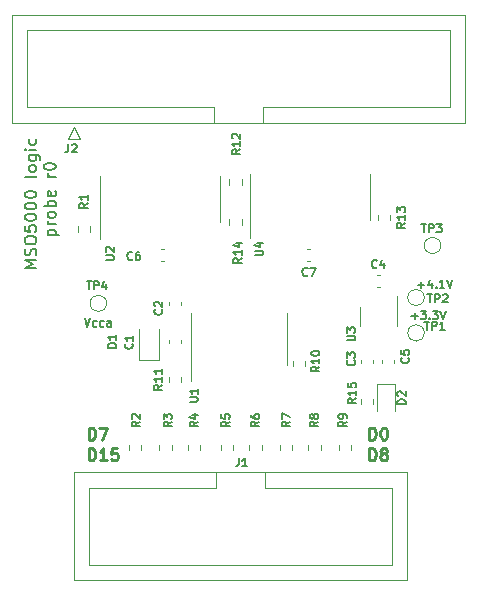
<source format=gto>
G04 #@! TF.GenerationSoftware,KiCad,Pcbnew,7.0.1*
G04 #@! TF.CreationDate,2023-03-18T02:10:12+02:00*
G04 #@! TF.ProjectId,probe-pcb,70726f62-652d-4706-9362-2e6b69636164,rev?*
G04 #@! TF.SameCoordinates,Original*
G04 #@! TF.FileFunction,Legend,Top*
G04 #@! TF.FilePolarity,Positive*
%FSLAX46Y46*%
G04 Gerber Fmt 4.6, Leading zero omitted, Abs format (unit mm)*
G04 Created by KiCad (PCBNEW 7.0.1) date 2023-03-18 02:10:12*
%MOMM*%
%LPD*%
G01*
G04 APERTURE LIST*
%ADD10C,0.250000*%
%ADD11C,0.150000*%
%ADD12C,0.200000*%
%ADD13C,0.120000*%
G04 APERTURE END LIST*
D10*
X124488095Y-90377619D02*
X124488095Y-89377619D01*
X124488095Y-89377619D02*
X124726190Y-89377619D01*
X124726190Y-89377619D02*
X124869047Y-89425238D01*
X124869047Y-89425238D02*
X124964285Y-89520476D01*
X124964285Y-89520476D02*
X125011904Y-89615714D01*
X125011904Y-89615714D02*
X125059523Y-89806190D01*
X125059523Y-89806190D02*
X125059523Y-89949047D01*
X125059523Y-89949047D02*
X125011904Y-90139523D01*
X125011904Y-90139523D02*
X124964285Y-90234761D01*
X124964285Y-90234761D02*
X124869047Y-90330000D01*
X124869047Y-90330000D02*
X124726190Y-90377619D01*
X124726190Y-90377619D02*
X124488095Y-90377619D01*
X125678571Y-89377619D02*
X125773809Y-89377619D01*
X125773809Y-89377619D02*
X125869047Y-89425238D01*
X125869047Y-89425238D02*
X125916666Y-89472857D01*
X125916666Y-89472857D02*
X125964285Y-89568095D01*
X125964285Y-89568095D02*
X126011904Y-89758571D01*
X126011904Y-89758571D02*
X126011904Y-89996666D01*
X126011904Y-89996666D02*
X125964285Y-90187142D01*
X125964285Y-90187142D02*
X125916666Y-90282380D01*
X125916666Y-90282380D02*
X125869047Y-90330000D01*
X125869047Y-90330000D02*
X125773809Y-90377619D01*
X125773809Y-90377619D02*
X125678571Y-90377619D01*
X125678571Y-90377619D02*
X125583333Y-90330000D01*
X125583333Y-90330000D02*
X125535714Y-90282380D01*
X125535714Y-90282380D02*
X125488095Y-90187142D01*
X125488095Y-90187142D02*
X125440476Y-89996666D01*
X125440476Y-89996666D02*
X125440476Y-89758571D01*
X125440476Y-89758571D02*
X125488095Y-89568095D01*
X125488095Y-89568095D02*
X125535714Y-89472857D01*
X125535714Y-89472857D02*
X125583333Y-89425238D01*
X125583333Y-89425238D02*
X125678571Y-89377619D01*
X100738095Y-90377619D02*
X100738095Y-89377619D01*
X100738095Y-89377619D02*
X100976190Y-89377619D01*
X100976190Y-89377619D02*
X101119047Y-89425238D01*
X101119047Y-89425238D02*
X101214285Y-89520476D01*
X101214285Y-89520476D02*
X101261904Y-89615714D01*
X101261904Y-89615714D02*
X101309523Y-89806190D01*
X101309523Y-89806190D02*
X101309523Y-89949047D01*
X101309523Y-89949047D02*
X101261904Y-90139523D01*
X101261904Y-90139523D02*
X101214285Y-90234761D01*
X101214285Y-90234761D02*
X101119047Y-90330000D01*
X101119047Y-90330000D02*
X100976190Y-90377619D01*
X100976190Y-90377619D02*
X100738095Y-90377619D01*
X101642857Y-89377619D02*
X102309523Y-89377619D01*
X102309523Y-89377619D02*
X101880952Y-90377619D01*
X100738095Y-92127619D02*
X100738095Y-91127619D01*
X100738095Y-91127619D02*
X100976190Y-91127619D01*
X100976190Y-91127619D02*
X101119047Y-91175238D01*
X101119047Y-91175238D02*
X101214285Y-91270476D01*
X101214285Y-91270476D02*
X101261904Y-91365714D01*
X101261904Y-91365714D02*
X101309523Y-91556190D01*
X101309523Y-91556190D02*
X101309523Y-91699047D01*
X101309523Y-91699047D02*
X101261904Y-91889523D01*
X101261904Y-91889523D02*
X101214285Y-91984761D01*
X101214285Y-91984761D02*
X101119047Y-92080000D01*
X101119047Y-92080000D02*
X100976190Y-92127619D01*
X100976190Y-92127619D02*
X100738095Y-92127619D01*
X102261904Y-92127619D02*
X101690476Y-92127619D01*
X101976190Y-92127619D02*
X101976190Y-91127619D01*
X101976190Y-91127619D02*
X101880952Y-91270476D01*
X101880952Y-91270476D02*
X101785714Y-91365714D01*
X101785714Y-91365714D02*
X101690476Y-91413333D01*
X103166666Y-91127619D02*
X102690476Y-91127619D01*
X102690476Y-91127619D02*
X102642857Y-91603809D01*
X102642857Y-91603809D02*
X102690476Y-91556190D01*
X102690476Y-91556190D02*
X102785714Y-91508571D01*
X102785714Y-91508571D02*
X103023809Y-91508571D01*
X103023809Y-91508571D02*
X103119047Y-91556190D01*
X103119047Y-91556190D02*
X103166666Y-91603809D01*
X103166666Y-91603809D02*
X103214285Y-91699047D01*
X103214285Y-91699047D02*
X103214285Y-91937142D01*
X103214285Y-91937142D02*
X103166666Y-92032380D01*
X103166666Y-92032380D02*
X103119047Y-92080000D01*
X103119047Y-92080000D02*
X103023809Y-92127619D01*
X103023809Y-92127619D02*
X102785714Y-92127619D01*
X102785714Y-92127619D02*
X102690476Y-92080000D01*
X102690476Y-92080000D02*
X102642857Y-92032380D01*
X124488095Y-92127619D02*
X124488095Y-91127619D01*
X124488095Y-91127619D02*
X124726190Y-91127619D01*
X124726190Y-91127619D02*
X124869047Y-91175238D01*
X124869047Y-91175238D02*
X124964285Y-91270476D01*
X124964285Y-91270476D02*
X125011904Y-91365714D01*
X125011904Y-91365714D02*
X125059523Y-91556190D01*
X125059523Y-91556190D02*
X125059523Y-91699047D01*
X125059523Y-91699047D02*
X125011904Y-91889523D01*
X125011904Y-91889523D02*
X124964285Y-91984761D01*
X124964285Y-91984761D02*
X124869047Y-92080000D01*
X124869047Y-92080000D02*
X124726190Y-92127619D01*
X124726190Y-92127619D02*
X124488095Y-92127619D01*
X125630952Y-91556190D02*
X125535714Y-91508571D01*
X125535714Y-91508571D02*
X125488095Y-91460952D01*
X125488095Y-91460952D02*
X125440476Y-91365714D01*
X125440476Y-91365714D02*
X125440476Y-91318095D01*
X125440476Y-91318095D02*
X125488095Y-91222857D01*
X125488095Y-91222857D02*
X125535714Y-91175238D01*
X125535714Y-91175238D02*
X125630952Y-91127619D01*
X125630952Y-91127619D02*
X125821428Y-91127619D01*
X125821428Y-91127619D02*
X125916666Y-91175238D01*
X125916666Y-91175238D02*
X125964285Y-91222857D01*
X125964285Y-91222857D02*
X126011904Y-91318095D01*
X126011904Y-91318095D02*
X126011904Y-91365714D01*
X126011904Y-91365714D02*
X125964285Y-91460952D01*
X125964285Y-91460952D02*
X125916666Y-91508571D01*
X125916666Y-91508571D02*
X125821428Y-91556190D01*
X125821428Y-91556190D02*
X125630952Y-91556190D01*
X125630952Y-91556190D02*
X125535714Y-91603809D01*
X125535714Y-91603809D02*
X125488095Y-91651428D01*
X125488095Y-91651428D02*
X125440476Y-91746666D01*
X125440476Y-91746666D02*
X125440476Y-91937142D01*
X125440476Y-91937142D02*
X125488095Y-92032380D01*
X125488095Y-92032380D02*
X125535714Y-92080000D01*
X125535714Y-92080000D02*
X125630952Y-92127619D01*
X125630952Y-92127619D02*
X125821428Y-92127619D01*
X125821428Y-92127619D02*
X125916666Y-92080000D01*
X125916666Y-92080000D02*
X125964285Y-92032380D01*
X125964285Y-92032380D02*
X126011904Y-91937142D01*
X126011904Y-91937142D02*
X126011904Y-91746666D01*
X126011904Y-91746666D02*
X125964285Y-91651428D01*
X125964285Y-91651428D02*
X125916666Y-91603809D01*
X125916666Y-91603809D02*
X125821428Y-91556190D01*
D11*
X128616666Y-77297666D02*
X129150000Y-77297666D01*
X128883333Y-77564333D02*
X128883333Y-77031000D01*
X129783333Y-77097666D02*
X129783333Y-77564333D01*
X129616667Y-76831000D02*
X129450000Y-77331000D01*
X129450000Y-77331000D02*
X129883333Y-77331000D01*
X130150000Y-77497666D02*
X130183334Y-77531000D01*
X130183334Y-77531000D02*
X130150000Y-77564333D01*
X130150000Y-77564333D02*
X130116667Y-77531000D01*
X130116667Y-77531000D02*
X130150000Y-77497666D01*
X130150000Y-77497666D02*
X130150000Y-77564333D01*
X130850000Y-77564333D02*
X130450000Y-77564333D01*
X130650000Y-77564333D02*
X130650000Y-76864333D01*
X130650000Y-76864333D02*
X130583333Y-76964333D01*
X130583333Y-76964333D02*
X130516667Y-77031000D01*
X130516667Y-77031000D02*
X130450000Y-77064333D01*
X131050000Y-76864333D02*
X131283334Y-77564333D01*
X131283334Y-77564333D02*
X131516667Y-76864333D01*
X100396666Y-80113333D02*
X100630000Y-80813333D01*
X100630000Y-80813333D02*
X100863333Y-80113333D01*
X101396666Y-80780000D02*
X101330000Y-80813333D01*
X101330000Y-80813333D02*
X101196666Y-80813333D01*
X101196666Y-80813333D02*
X101130000Y-80780000D01*
X101130000Y-80780000D02*
X101096666Y-80746666D01*
X101096666Y-80746666D02*
X101063333Y-80680000D01*
X101063333Y-80680000D02*
X101063333Y-80480000D01*
X101063333Y-80480000D02*
X101096666Y-80413333D01*
X101096666Y-80413333D02*
X101130000Y-80380000D01*
X101130000Y-80380000D02*
X101196666Y-80346666D01*
X101196666Y-80346666D02*
X101330000Y-80346666D01*
X101330000Y-80346666D02*
X101396666Y-80380000D01*
X101996666Y-80780000D02*
X101930000Y-80813333D01*
X101930000Y-80813333D02*
X101796666Y-80813333D01*
X101796666Y-80813333D02*
X101730000Y-80780000D01*
X101730000Y-80780000D02*
X101696666Y-80746666D01*
X101696666Y-80746666D02*
X101663333Y-80680000D01*
X101663333Y-80680000D02*
X101663333Y-80480000D01*
X101663333Y-80480000D02*
X101696666Y-80413333D01*
X101696666Y-80413333D02*
X101730000Y-80380000D01*
X101730000Y-80380000D02*
X101796666Y-80346666D01*
X101796666Y-80346666D02*
X101930000Y-80346666D01*
X101930000Y-80346666D02*
X101996666Y-80380000D01*
X102596666Y-80813333D02*
X102596666Y-80446666D01*
X102596666Y-80446666D02*
X102563333Y-80380000D01*
X102563333Y-80380000D02*
X102496666Y-80346666D01*
X102496666Y-80346666D02*
X102363333Y-80346666D01*
X102363333Y-80346666D02*
X102296666Y-80380000D01*
X102596666Y-80780000D02*
X102530000Y-80813333D01*
X102530000Y-80813333D02*
X102363333Y-80813333D01*
X102363333Y-80813333D02*
X102296666Y-80780000D01*
X102296666Y-80780000D02*
X102263333Y-80713333D01*
X102263333Y-80713333D02*
X102263333Y-80646666D01*
X102263333Y-80646666D02*
X102296666Y-80580000D01*
X102296666Y-80580000D02*
X102363333Y-80546666D01*
X102363333Y-80546666D02*
X102530000Y-80546666D01*
X102530000Y-80546666D02*
X102596666Y-80513333D01*
D12*
X96307619Y-75883333D02*
X95307619Y-75883333D01*
X95307619Y-75883333D02*
X96021904Y-75550000D01*
X96021904Y-75550000D02*
X95307619Y-75216667D01*
X95307619Y-75216667D02*
X96307619Y-75216667D01*
X96260000Y-74788095D02*
X96307619Y-74645238D01*
X96307619Y-74645238D02*
X96307619Y-74407143D01*
X96307619Y-74407143D02*
X96260000Y-74311905D01*
X96260000Y-74311905D02*
X96212380Y-74264286D01*
X96212380Y-74264286D02*
X96117142Y-74216667D01*
X96117142Y-74216667D02*
X96021904Y-74216667D01*
X96021904Y-74216667D02*
X95926666Y-74264286D01*
X95926666Y-74264286D02*
X95879047Y-74311905D01*
X95879047Y-74311905D02*
X95831428Y-74407143D01*
X95831428Y-74407143D02*
X95783809Y-74597619D01*
X95783809Y-74597619D02*
X95736190Y-74692857D01*
X95736190Y-74692857D02*
X95688571Y-74740476D01*
X95688571Y-74740476D02*
X95593333Y-74788095D01*
X95593333Y-74788095D02*
X95498095Y-74788095D01*
X95498095Y-74788095D02*
X95402857Y-74740476D01*
X95402857Y-74740476D02*
X95355238Y-74692857D01*
X95355238Y-74692857D02*
X95307619Y-74597619D01*
X95307619Y-74597619D02*
X95307619Y-74359524D01*
X95307619Y-74359524D02*
X95355238Y-74216667D01*
X95307619Y-73597619D02*
X95307619Y-73407143D01*
X95307619Y-73407143D02*
X95355238Y-73311905D01*
X95355238Y-73311905D02*
X95450476Y-73216667D01*
X95450476Y-73216667D02*
X95640952Y-73169048D01*
X95640952Y-73169048D02*
X95974285Y-73169048D01*
X95974285Y-73169048D02*
X96164761Y-73216667D01*
X96164761Y-73216667D02*
X96260000Y-73311905D01*
X96260000Y-73311905D02*
X96307619Y-73407143D01*
X96307619Y-73407143D02*
X96307619Y-73597619D01*
X96307619Y-73597619D02*
X96260000Y-73692857D01*
X96260000Y-73692857D02*
X96164761Y-73788095D01*
X96164761Y-73788095D02*
X95974285Y-73835714D01*
X95974285Y-73835714D02*
X95640952Y-73835714D01*
X95640952Y-73835714D02*
X95450476Y-73788095D01*
X95450476Y-73788095D02*
X95355238Y-73692857D01*
X95355238Y-73692857D02*
X95307619Y-73597619D01*
X95307619Y-72264286D02*
X95307619Y-72740476D01*
X95307619Y-72740476D02*
X95783809Y-72788095D01*
X95783809Y-72788095D02*
X95736190Y-72740476D01*
X95736190Y-72740476D02*
X95688571Y-72645238D01*
X95688571Y-72645238D02*
X95688571Y-72407143D01*
X95688571Y-72407143D02*
X95736190Y-72311905D01*
X95736190Y-72311905D02*
X95783809Y-72264286D01*
X95783809Y-72264286D02*
X95879047Y-72216667D01*
X95879047Y-72216667D02*
X96117142Y-72216667D01*
X96117142Y-72216667D02*
X96212380Y-72264286D01*
X96212380Y-72264286D02*
X96260000Y-72311905D01*
X96260000Y-72311905D02*
X96307619Y-72407143D01*
X96307619Y-72407143D02*
X96307619Y-72645238D01*
X96307619Y-72645238D02*
X96260000Y-72740476D01*
X96260000Y-72740476D02*
X96212380Y-72788095D01*
X95307619Y-71597619D02*
X95307619Y-71502381D01*
X95307619Y-71502381D02*
X95355238Y-71407143D01*
X95355238Y-71407143D02*
X95402857Y-71359524D01*
X95402857Y-71359524D02*
X95498095Y-71311905D01*
X95498095Y-71311905D02*
X95688571Y-71264286D01*
X95688571Y-71264286D02*
X95926666Y-71264286D01*
X95926666Y-71264286D02*
X96117142Y-71311905D01*
X96117142Y-71311905D02*
X96212380Y-71359524D01*
X96212380Y-71359524D02*
X96260000Y-71407143D01*
X96260000Y-71407143D02*
X96307619Y-71502381D01*
X96307619Y-71502381D02*
X96307619Y-71597619D01*
X96307619Y-71597619D02*
X96260000Y-71692857D01*
X96260000Y-71692857D02*
X96212380Y-71740476D01*
X96212380Y-71740476D02*
X96117142Y-71788095D01*
X96117142Y-71788095D02*
X95926666Y-71835714D01*
X95926666Y-71835714D02*
X95688571Y-71835714D01*
X95688571Y-71835714D02*
X95498095Y-71788095D01*
X95498095Y-71788095D02*
X95402857Y-71740476D01*
X95402857Y-71740476D02*
X95355238Y-71692857D01*
X95355238Y-71692857D02*
X95307619Y-71597619D01*
X95307619Y-70645238D02*
X95307619Y-70550000D01*
X95307619Y-70550000D02*
X95355238Y-70454762D01*
X95355238Y-70454762D02*
X95402857Y-70407143D01*
X95402857Y-70407143D02*
X95498095Y-70359524D01*
X95498095Y-70359524D02*
X95688571Y-70311905D01*
X95688571Y-70311905D02*
X95926666Y-70311905D01*
X95926666Y-70311905D02*
X96117142Y-70359524D01*
X96117142Y-70359524D02*
X96212380Y-70407143D01*
X96212380Y-70407143D02*
X96260000Y-70454762D01*
X96260000Y-70454762D02*
X96307619Y-70550000D01*
X96307619Y-70550000D02*
X96307619Y-70645238D01*
X96307619Y-70645238D02*
X96260000Y-70740476D01*
X96260000Y-70740476D02*
X96212380Y-70788095D01*
X96212380Y-70788095D02*
X96117142Y-70835714D01*
X96117142Y-70835714D02*
X95926666Y-70883333D01*
X95926666Y-70883333D02*
X95688571Y-70883333D01*
X95688571Y-70883333D02*
X95498095Y-70835714D01*
X95498095Y-70835714D02*
X95402857Y-70788095D01*
X95402857Y-70788095D02*
X95355238Y-70740476D01*
X95355238Y-70740476D02*
X95307619Y-70645238D01*
X95307619Y-69692857D02*
X95307619Y-69597619D01*
X95307619Y-69597619D02*
X95355238Y-69502381D01*
X95355238Y-69502381D02*
X95402857Y-69454762D01*
X95402857Y-69454762D02*
X95498095Y-69407143D01*
X95498095Y-69407143D02*
X95688571Y-69359524D01*
X95688571Y-69359524D02*
X95926666Y-69359524D01*
X95926666Y-69359524D02*
X96117142Y-69407143D01*
X96117142Y-69407143D02*
X96212380Y-69454762D01*
X96212380Y-69454762D02*
X96260000Y-69502381D01*
X96260000Y-69502381D02*
X96307619Y-69597619D01*
X96307619Y-69597619D02*
X96307619Y-69692857D01*
X96307619Y-69692857D02*
X96260000Y-69788095D01*
X96260000Y-69788095D02*
X96212380Y-69835714D01*
X96212380Y-69835714D02*
X96117142Y-69883333D01*
X96117142Y-69883333D02*
X95926666Y-69930952D01*
X95926666Y-69930952D02*
X95688571Y-69930952D01*
X95688571Y-69930952D02*
X95498095Y-69883333D01*
X95498095Y-69883333D02*
X95402857Y-69835714D01*
X95402857Y-69835714D02*
X95355238Y-69788095D01*
X95355238Y-69788095D02*
X95307619Y-69692857D01*
X96307619Y-68026190D02*
X96260000Y-68121428D01*
X96260000Y-68121428D02*
X96164761Y-68169047D01*
X96164761Y-68169047D02*
X95307619Y-68169047D01*
X96307619Y-67502380D02*
X96260000Y-67597618D01*
X96260000Y-67597618D02*
X96212380Y-67645237D01*
X96212380Y-67645237D02*
X96117142Y-67692856D01*
X96117142Y-67692856D02*
X95831428Y-67692856D01*
X95831428Y-67692856D02*
X95736190Y-67645237D01*
X95736190Y-67645237D02*
X95688571Y-67597618D01*
X95688571Y-67597618D02*
X95640952Y-67502380D01*
X95640952Y-67502380D02*
X95640952Y-67359523D01*
X95640952Y-67359523D02*
X95688571Y-67264285D01*
X95688571Y-67264285D02*
X95736190Y-67216666D01*
X95736190Y-67216666D02*
X95831428Y-67169047D01*
X95831428Y-67169047D02*
X96117142Y-67169047D01*
X96117142Y-67169047D02*
X96212380Y-67216666D01*
X96212380Y-67216666D02*
X96260000Y-67264285D01*
X96260000Y-67264285D02*
X96307619Y-67359523D01*
X96307619Y-67359523D02*
X96307619Y-67502380D01*
X95640952Y-66311904D02*
X96450476Y-66311904D01*
X96450476Y-66311904D02*
X96545714Y-66359523D01*
X96545714Y-66359523D02*
X96593333Y-66407142D01*
X96593333Y-66407142D02*
X96640952Y-66502380D01*
X96640952Y-66502380D02*
X96640952Y-66645237D01*
X96640952Y-66645237D02*
X96593333Y-66740475D01*
X96260000Y-66311904D02*
X96307619Y-66407142D01*
X96307619Y-66407142D02*
X96307619Y-66597618D01*
X96307619Y-66597618D02*
X96260000Y-66692856D01*
X96260000Y-66692856D02*
X96212380Y-66740475D01*
X96212380Y-66740475D02*
X96117142Y-66788094D01*
X96117142Y-66788094D02*
X95831428Y-66788094D01*
X95831428Y-66788094D02*
X95736190Y-66740475D01*
X95736190Y-66740475D02*
X95688571Y-66692856D01*
X95688571Y-66692856D02*
X95640952Y-66597618D01*
X95640952Y-66597618D02*
X95640952Y-66407142D01*
X95640952Y-66407142D02*
X95688571Y-66311904D01*
X96307619Y-65835713D02*
X95640952Y-65835713D01*
X95307619Y-65835713D02*
X95355238Y-65883332D01*
X95355238Y-65883332D02*
X95402857Y-65835713D01*
X95402857Y-65835713D02*
X95355238Y-65788094D01*
X95355238Y-65788094D02*
X95307619Y-65835713D01*
X95307619Y-65835713D02*
X95402857Y-65835713D01*
X96260000Y-64930952D02*
X96307619Y-65026190D01*
X96307619Y-65026190D02*
X96307619Y-65216666D01*
X96307619Y-65216666D02*
X96260000Y-65311904D01*
X96260000Y-65311904D02*
X96212380Y-65359523D01*
X96212380Y-65359523D02*
X96117142Y-65407142D01*
X96117142Y-65407142D02*
X95831428Y-65407142D01*
X95831428Y-65407142D02*
X95736190Y-65359523D01*
X95736190Y-65359523D02*
X95688571Y-65311904D01*
X95688571Y-65311904D02*
X95640952Y-65216666D01*
X95640952Y-65216666D02*
X95640952Y-65026190D01*
X95640952Y-65026190D02*
X95688571Y-64930952D01*
X97260952Y-73073809D02*
X98260952Y-73073809D01*
X97308571Y-73073809D02*
X97260952Y-72978571D01*
X97260952Y-72978571D02*
X97260952Y-72788095D01*
X97260952Y-72788095D02*
X97308571Y-72692857D01*
X97308571Y-72692857D02*
X97356190Y-72645238D01*
X97356190Y-72645238D02*
X97451428Y-72597619D01*
X97451428Y-72597619D02*
X97737142Y-72597619D01*
X97737142Y-72597619D02*
X97832380Y-72645238D01*
X97832380Y-72645238D02*
X97880000Y-72692857D01*
X97880000Y-72692857D02*
X97927619Y-72788095D01*
X97927619Y-72788095D02*
X97927619Y-72978571D01*
X97927619Y-72978571D02*
X97880000Y-73073809D01*
X97927619Y-72169047D02*
X97260952Y-72169047D01*
X97451428Y-72169047D02*
X97356190Y-72121428D01*
X97356190Y-72121428D02*
X97308571Y-72073809D01*
X97308571Y-72073809D02*
X97260952Y-71978571D01*
X97260952Y-71978571D02*
X97260952Y-71883333D01*
X97927619Y-71407142D02*
X97880000Y-71502380D01*
X97880000Y-71502380D02*
X97832380Y-71549999D01*
X97832380Y-71549999D02*
X97737142Y-71597618D01*
X97737142Y-71597618D02*
X97451428Y-71597618D01*
X97451428Y-71597618D02*
X97356190Y-71549999D01*
X97356190Y-71549999D02*
X97308571Y-71502380D01*
X97308571Y-71502380D02*
X97260952Y-71407142D01*
X97260952Y-71407142D02*
X97260952Y-71264285D01*
X97260952Y-71264285D02*
X97308571Y-71169047D01*
X97308571Y-71169047D02*
X97356190Y-71121428D01*
X97356190Y-71121428D02*
X97451428Y-71073809D01*
X97451428Y-71073809D02*
X97737142Y-71073809D01*
X97737142Y-71073809D02*
X97832380Y-71121428D01*
X97832380Y-71121428D02*
X97880000Y-71169047D01*
X97880000Y-71169047D02*
X97927619Y-71264285D01*
X97927619Y-71264285D02*
X97927619Y-71407142D01*
X97927619Y-70645237D02*
X96927619Y-70645237D01*
X97308571Y-70645237D02*
X97260952Y-70549999D01*
X97260952Y-70549999D02*
X97260952Y-70359523D01*
X97260952Y-70359523D02*
X97308571Y-70264285D01*
X97308571Y-70264285D02*
X97356190Y-70216666D01*
X97356190Y-70216666D02*
X97451428Y-70169047D01*
X97451428Y-70169047D02*
X97737142Y-70169047D01*
X97737142Y-70169047D02*
X97832380Y-70216666D01*
X97832380Y-70216666D02*
X97880000Y-70264285D01*
X97880000Y-70264285D02*
X97927619Y-70359523D01*
X97927619Y-70359523D02*
X97927619Y-70549999D01*
X97927619Y-70549999D02*
X97880000Y-70645237D01*
X97880000Y-69359523D02*
X97927619Y-69454761D01*
X97927619Y-69454761D02*
X97927619Y-69645237D01*
X97927619Y-69645237D02*
X97880000Y-69740475D01*
X97880000Y-69740475D02*
X97784761Y-69788094D01*
X97784761Y-69788094D02*
X97403809Y-69788094D01*
X97403809Y-69788094D02*
X97308571Y-69740475D01*
X97308571Y-69740475D02*
X97260952Y-69645237D01*
X97260952Y-69645237D02*
X97260952Y-69454761D01*
X97260952Y-69454761D02*
X97308571Y-69359523D01*
X97308571Y-69359523D02*
X97403809Y-69311904D01*
X97403809Y-69311904D02*
X97499047Y-69311904D01*
X97499047Y-69311904D02*
X97594285Y-69788094D01*
X97927619Y-68121427D02*
X97260952Y-68121427D01*
X97451428Y-68121427D02*
X97356190Y-68073808D01*
X97356190Y-68073808D02*
X97308571Y-68026189D01*
X97308571Y-68026189D02*
X97260952Y-67930951D01*
X97260952Y-67930951D02*
X97260952Y-67835713D01*
X96927619Y-67311903D02*
X96927619Y-67216665D01*
X96927619Y-67216665D02*
X96975238Y-67121427D01*
X96975238Y-67121427D02*
X97022857Y-67073808D01*
X97022857Y-67073808D02*
X97118095Y-67026189D01*
X97118095Y-67026189D02*
X97308571Y-66978570D01*
X97308571Y-66978570D02*
X97546666Y-66978570D01*
X97546666Y-66978570D02*
X97737142Y-67026189D01*
X97737142Y-67026189D02*
X97832380Y-67073808D01*
X97832380Y-67073808D02*
X97880000Y-67121427D01*
X97880000Y-67121427D02*
X97927619Y-67216665D01*
X97927619Y-67216665D02*
X97927619Y-67311903D01*
X97927619Y-67311903D02*
X97880000Y-67407141D01*
X97880000Y-67407141D02*
X97832380Y-67454760D01*
X97832380Y-67454760D02*
X97737142Y-67502379D01*
X97737142Y-67502379D02*
X97546666Y-67549998D01*
X97546666Y-67549998D02*
X97308571Y-67549998D01*
X97308571Y-67549998D02*
X97118095Y-67502379D01*
X97118095Y-67502379D02*
X97022857Y-67454760D01*
X97022857Y-67454760D02*
X96975238Y-67407141D01*
X96975238Y-67407141D02*
X96927619Y-67311903D01*
D11*
X128055666Y-79911666D02*
X128589000Y-79911666D01*
X128322333Y-80178333D02*
X128322333Y-79645000D01*
X128855667Y-79478333D02*
X129289000Y-79478333D01*
X129289000Y-79478333D02*
X129055667Y-79745000D01*
X129055667Y-79745000D02*
X129155667Y-79745000D01*
X129155667Y-79745000D02*
X129222333Y-79778333D01*
X129222333Y-79778333D02*
X129255667Y-79811666D01*
X129255667Y-79811666D02*
X129289000Y-79878333D01*
X129289000Y-79878333D02*
X129289000Y-80045000D01*
X129289000Y-80045000D02*
X129255667Y-80111666D01*
X129255667Y-80111666D02*
X129222333Y-80145000D01*
X129222333Y-80145000D02*
X129155667Y-80178333D01*
X129155667Y-80178333D02*
X128955667Y-80178333D01*
X128955667Y-80178333D02*
X128889000Y-80145000D01*
X128889000Y-80145000D02*
X128855667Y-80111666D01*
X129589000Y-80111666D02*
X129622334Y-80145000D01*
X129622334Y-80145000D02*
X129589000Y-80178333D01*
X129589000Y-80178333D02*
X129555667Y-80145000D01*
X129555667Y-80145000D02*
X129589000Y-80111666D01*
X129589000Y-80111666D02*
X129589000Y-80178333D01*
X129855667Y-79478333D02*
X130289000Y-79478333D01*
X130289000Y-79478333D02*
X130055667Y-79745000D01*
X130055667Y-79745000D02*
X130155667Y-79745000D01*
X130155667Y-79745000D02*
X130222333Y-79778333D01*
X130222333Y-79778333D02*
X130255667Y-79811666D01*
X130255667Y-79811666D02*
X130289000Y-79878333D01*
X130289000Y-79878333D02*
X130289000Y-80045000D01*
X130289000Y-80045000D02*
X130255667Y-80111666D01*
X130255667Y-80111666D02*
X130222333Y-80145000D01*
X130222333Y-80145000D02*
X130155667Y-80178333D01*
X130155667Y-80178333D02*
X129955667Y-80178333D01*
X129955667Y-80178333D02*
X129889000Y-80145000D01*
X129889000Y-80145000D02*
X129855667Y-80111666D01*
X130489000Y-79478333D02*
X130722334Y-80178333D01*
X130722334Y-80178333D02*
X130955667Y-79478333D01*
G04 #@! TO.C,C4*
X125133333Y-75807166D02*
X125100000Y-75840500D01*
X125100000Y-75840500D02*
X125000000Y-75873833D01*
X125000000Y-75873833D02*
X124933333Y-75873833D01*
X124933333Y-75873833D02*
X124833333Y-75840500D01*
X124833333Y-75840500D02*
X124766667Y-75773833D01*
X124766667Y-75773833D02*
X124733333Y-75707166D01*
X124733333Y-75707166D02*
X124700000Y-75573833D01*
X124700000Y-75573833D02*
X124700000Y-75473833D01*
X124700000Y-75473833D02*
X124733333Y-75340500D01*
X124733333Y-75340500D02*
X124766667Y-75273833D01*
X124766667Y-75273833D02*
X124833333Y-75207166D01*
X124833333Y-75207166D02*
X124933333Y-75173833D01*
X124933333Y-75173833D02*
X125000000Y-75173833D01*
X125000000Y-75173833D02*
X125100000Y-75207166D01*
X125100000Y-75207166D02*
X125133333Y-75240500D01*
X125733333Y-75407166D02*
X125733333Y-75873833D01*
X125566667Y-75140500D02*
X125400000Y-75640500D01*
X125400000Y-75640500D02*
X125833333Y-75640500D01*
G04 #@! TO.C,R8*
X120173833Y-88866666D02*
X119840500Y-89099999D01*
X120173833Y-89266666D02*
X119473833Y-89266666D01*
X119473833Y-89266666D02*
X119473833Y-88999999D01*
X119473833Y-88999999D02*
X119507166Y-88933333D01*
X119507166Y-88933333D02*
X119540500Y-88899999D01*
X119540500Y-88899999D02*
X119607166Y-88866666D01*
X119607166Y-88866666D02*
X119707166Y-88866666D01*
X119707166Y-88866666D02*
X119773833Y-88899999D01*
X119773833Y-88899999D02*
X119807166Y-88933333D01*
X119807166Y-88933333D02*
X119840500Y-88999999D01*
X119840500Y-88999999D02*
X119840500Y-89266666D01*
X119773833Y-88466666D02*
X119740500Y-88533333D01*
X119740500Y-88533333D02*
X119707166Y-88566666D01*
X119707166Y-88566666D02*
X119640500Y-88599999D01*
X119640500Y-88599999D02*
X119607166Y-88599999D01*
X119607166Y-88599999D02*
X119540500Y-88566666D01*
X119540500Y-88566666D02*
X119507166Y-88533333D01*
X119507166Y-88533333D02*
X119473833Y-88466666D01*
X119473833Y-88466666D02*
X119473833Y-88333333D01*
X119473833Y-88333333D02*
X119507166Y-88266666D01*
X119507166Y-88266666D02*
X119540500Y-88233333D01*
X119540500Y-88233333D02*
X119607166Y-88199999D01*
X119607166Y-88199999D02*
X119640500Y-88199999D01*
X119640500Y-88199999D02*
X119707166Y-88233333D01*
X119707166Y-88233333D02*
X119740500Y-88266666D01*
X119740500Y-88266666D02*
X119773833Y-88333333D01*
X119773833Y-88333333D02*
X119773833Y-88466666D01*
X119773833Y-88466666D02*
X119807166Y-88533333D01*
X119807166Y-88533333D02*
X119840500Y-88566666D01*
X119840500Y-88566666D02*
X119907166Y-88599999D01*
X119907166Y-88599999D02*
X120040500Y-88599999D01*
X120040500Y-88599999D02*
X120107166Y-88566666D01*
X120107166Y-88566666D02*
X120140500Y-88533333D01*
X120140500Y-88533333D02*
X120173833Y-88466666D01*
X120173833Y-88466666D02*
X120173833Y-88333333D01*
X120173833Y-88333333D02*
X120140500Y-88266666D01*
X120140500Y-88266666D02*
X120107166Y-88233333D01*
X120107166Y-88233333D02*
X120040500Y-88199999D01*
X120040500Y-88199999D02*
X119907166Y-88199999D01*
X119907166Y-88199999D02*
X119840500Y-88233333D01*
X119840500Y-88233333D02*
X119807166Y-88266666D01*
X119807166Y-88266666D02*
X119773833Y-88333333D01*
G04 #@! TO.C,C3*
X123207166Y-83666666D02*
X123240500Y-83699999D01*
X123240500Y-83699999D02*
X123273833Y-83799999D01*
X123273833Y-83799999D02*
X123273833Y-83866666D01*
X123273833Y-83866666D02*
X123240500Y-83966666D01*
X123240500Y-83966666D02*
X123173833Y-84033333D01*
X123173833Y-84033333D02*
X123107166Y-84066666D01*
X123107166Y-84066666D02*
X122973833Y-84099999D01*
X122973833Y-84099999D02*
X122873833Y-84099999D01*
X122873833Y-84099999D02*
X122740500Y-84066666D01*
X122740500Y-84066666D02*
X122673833Y-84033333D01*
X122673833Y-84033333D02*
X122607166Y-83966666D01*
X122607166Y-83966666D02*
X122573833Y-83866666D01*
X122573833Y-83866666D02*
X122573833Y-83799999D01*
X122573833Y-83799999D02*
X122607166Y-83699999D01*
X122607166Y-83699999D02*
X122640500Y-83666666D01*
X122573833Y-83433333D02*
X122573833Y-82999999D01*
X122573833Y-82999999D02*
X122840500Y-83233333D01*
X122840500Y-83233333D02*
X122840500Y-83133333D01*
X122840500Y-83133333D02*
X122873833Y-83066666D01*
X122873833Y-83066666D02*
X122907166Y-83033333D01*
X122907166Y-83033333D02*
X122973833Y-82999999D01*
X122973833Y-82999999D02*
X123140500Y-82999999D01*
X123140500Y-82999999D02*
X123207166Y-83033333D01*
X123207166Y-83033333D02*
X123240500Y-83066666D01*
X123240500Y-83066666D02*
X123273833Y-83133333D01*
X123273833Y-83133333D02*
X123273833Y-83333333D01*
X123273833Y-83333333D02*
X123240500Y-83399999D01*
X123240500Y-83399999D02*
X123207166Y-83433333D01*
G04 #@! TO.C,R11*
X106943833Y-85750000D02*
X106610500Y-85983333D01*
X106943833Y-86150000D02*
X106243833Y-86150000D01*
X106243833Y-86150000D02*
X106243833Y-85883333D01*
X106243833Y-85883333D02*
X106277166Y-85816667D01*
X106277166Y-85816667D02*
X106310500Y-85783333D01*
X106310500Y-85783333D02*
X106377166Y-85750000D01*
X106377166Y-85750000D02*
X106477166Y-85750000D01*
X106477166Y-85750000D02*
X106543833Y-85783333D01*
X106543833Y-85783333D02*
X106577166Y-85816667D01*
X106577166Y-85816667D02*
X106610500Y-85883333D01*
X106610500Y-85883333D02*
X106610500Y-86150000D01*
X106943833Y-85083333D02*
X106943833Y-85483333D01*
X106943833Y-85283333D02*
X106243833Y-85283333D01*
X106243833Y-85283333D02*
X106343833Y-85350000D01*
X106343833Y-85350000D02*
X106410500Y-85416667D01*
X106410500Y-85416667D02*
X106443833Y-85483333D01*
X106943833Y-84416666D02*
X106943833Y-84816666D01*
X106943833Y-84616666D02*
X106243833Y-84616666D01*
X106243833Y-84616666D02*
X106343833Y-84683333D01*
X106343833Y-84683333D02*
X106410500Y-84750000D01*
X106410500Y-84750000D02*
X106443833Y-84816666D01*
G04 #@! TO.C,U4*
X114773833Y-74783333D02*
X115340500Y-74783333D01*
X115340500Y-74783333D02*
X115407166Y-74750000D01*
X115407166Y-74750000D02*
X115440500Y-74716666D01*
X115440500Y-74716666D02*
X115473833Y-74650000D01*
X115473833Y-74650000D02*
X115473833Y-74516666D01*
X115473833Y-74516666D02*
X115440500Y-74450000D01*
X115440500Y-74450000D02*
X115407166Y-74416666D01*
X115407166Y-74416666D02*
X115340500Y-74383333D01*
X115340500Y-74383333D02*
X114773833Y-74383333D01*
X115007166Y-73750000D02*
X115473833Y-73750000D01*
X114740500Y-73916667D02*
X115240500Y-74083333D01*
X115240500Y-74083333D02*
X115240500Y-73650000D01*
G04 #@! TO.C,U2*
X102173833Y-75183333D02*
X102740500Y-75183333D01*
X102740500Y-75183333D02*
X102807166Y-75150000D01*
X102807166Y-75150000D02*
X102840500Y-75116666D01*
X102840500Y-75116666D02*
X102873833Y-75050000D01*
X102873833Y-75050000D02*
X102873833Y-74916666D01*
X102873833Y-74916666D02*
X102840500Y-74850000D01*
X102840500Y-74850000D02*
X102807166Y-74816666D01*
X102807166Y-74816666D02*
X102740500Y-74783333D01*
X102740500Y-74783333D02*
X102173833Y-74783333D01*
X102240500Y-74483333D02*
X102207166Y-74450000D01*
X102207166Y-74450000D02*
X102173833Y-74383333D01*
X102173833Y-74383333D02*
X102173833Y-74216667D01*
X102173833Y-74216667D02*
X102207166Y-74150000D01*
X102207166Y-74150000D02*
X102240500Y-74116667D01*
X102240500Y-74116667D02*
X102307166Y-74083333D01*
X102307166Y-74083333D02*
X102373833Y-74083333D01*
X102373833Y-74083333D02*
X102473833Y-74116667D01*
X102473833Y-74116667D02*
X102873833Y-74516667D01*
X102873833Y-74516667D02*
X102873833Y-74083333D01*
G04 #@! TO.C,D2*
X127573833Y-87366666D02*
X126873833Y-87366666D01*
X126873833Y-87366666D02*
X126873833Y-87199999D01*
X126873833Y-87199999D02*
X126907166Y-87099999D01*
X126907166Y-87099999D02*
X126973833Y-87033333D01*
X126973833Y-87033333D02*
X127040500Y-86999999D01*
X127040500Y-86999999D02*
X127173833Y-86966666D01*
X127173833Y-86966666D02*
X127273833Y-86966666D01*
X127273833Y-86966666D02*
X127407166Y-86999999D01*
X127407166Y-86999999D02*
X127473833Y-87033333D01*
X127473833Y-87033333D02*
X127540500Y-87099999D01*
X127540500Y-87099999D02*
X127573833Y-87199999D01*
X127573833Y-87199999D02*
X127573833Y-87366666D01*
X126940500Y-86699999D02*
X126907166Y-86666666D01*
X126907166Y-86666666D02*
X126873833Y-86599999D01*
X126873833Y-86599999D02*
X126873833Y-86433333D01*
X126873833Y-86433333D02*
X126907166Y-86366666D01*
X126907166Y-86366666D02*
X126940500Y-86333333D01*
X126940500Y-86333333D02*
X127007166Y-86299999D01*
X127007166Y-86299999D02*
X127073833Y-86299999D01*
X127073833Y-86299999D02*
X127173833Y-86333333D01*
X127173833Y-86333333D02*
X127573833Y-86733333D01*
X127573833Y-86733333D02*
X127573833Y-86299999D01*
G04 #@! TO.C,R5*
X112673833Y-88866666D02*
X112340500Y-89099999D01*
X112673833Y-89266666D02*
X111973833Y-89266666D01*
X111973833Y-89266666D02*
X111973833Y-88999999D01*
X111973833Y-88999999D02*
X112007166Y-88933333D01*
X112007166Y-88933333D02*
X112040500Y-88899999D01*
X112040500Y-88899999D02*
X112107166Y-88866666D01*
X112107166Y-88866666D02*
X112207166Y-88866666D01*
X112207166Y-88866666D02*
X112273833Y-88899999D01*
X112273833Y-88899999D02*
X112307166Y-88933333D01*
X112307166Y-88933333D02*
X112340500Y-88999999D01*
X112340500Y-88999999D02*
X112340500Y-89266666D01*
X111973833Y-88233333D02*
X111973833Y-88566666D01*
X111973833Y-88566666D02*
X112307166Y-88599999D01*
X112307166Y-88599999D02*
X112273833Y-88566666D01*
X112273833Y-88566666D02*
X112240500Y-88499999D01*
X112240500Y-88499999D02*
X112240500Y-88333333D01*
X112240500Y-88333333D02*
X112273833Y-88266666D01*
X112273833Y-88266666D02*
X112307166Y-88233333D01*
X112307166Y-88233333D02*
X112373833Y-88199999D01*
X112373833Y-88199999D02*
X112540500Y-88199999D01*
X112540500Y-88199999D02*
X112607166Y-88233333D01*
X112607166Y-88233333D02*
X112640500Y-88266666D01*
X112640500Y-88266666D02*
X112673833Y-88333333D01*
X112673833Y-88333333D02*
X112673833Y-88499999D01*
X112673833Y-88499999D02*
X112640500Y-88566666D01*
X112640500Y-88566666D02*
X112607166Y-88599999D01*
G04 #@! TO.C,R13*
X127508833Y-72025000D02*
X127175500Y-72258333D01*
X127508833Y-72425000D02*
X126808833Y-72425000D01*
X126808833Y-72425000D02*
X126808833Y-72158333D01*
X126808833Y-72158333D02*
X126842166Y-72091667D01*
X126842166Y-72091667D02*
X126875500Y-72058333D01*
X126875500Y-72058333D02*
X126942166Y-72025000D01*
X126942166Y-72025000D02*
X127042166Y-72025000D01*
X127042166Y-72025000D02*
X127108833Y-72058333D01*
X127108833Y-72058333D02*
X127142166Y-72091667D01*
X127142166Y-72091667D02*
X127175500Y-72158333D01*
X127175500Y-72158333D02*
X127175500Y-72425000D01*
X127508833Y-71358333D02*
X127508833Y-71758333D01*
X127508833Y-71558333D02*
X126808833Y-71558333D01*
X126808833Y-71558333D02*
X126908833Y-71625000D01*
X126908833Y-71625000D02*
X126975500Y-71691667D01*
X126975500Y-71691667D02*
X127008833Y-71758333D01*
X126808833Y-71125000D02*
X126808833Y-70691666D01*
X126808833Y-70691666D02*
X127075500Y-70925000D01*
X127075500Y-70925000D02*
X127075500Y-70825000D01*
X127075500Y-70825000D02*
X127108833Y-70758333D01*
X127108833Y-70758333D02*
X127142166Y-70725000D01*
X127142166Y-70725000D02*
X127208833Y-70691666D01*
X127208833Y-70691666D02*
X127375500Y-70691666D01*
X127375500Y-70691666D02*
X127442166Y-70725000D01*
X127442166Y-70725000D02*
X127475500Y-70758333D01*
X127475500Y-70758333D02*
X127508833Y-70825000D01*
X127508833Y-70825000D02*
X127508833Y-71025000D01*
X127508833Y-71025000D02*
X127475500Y-71091666D01*
X127475500Y-71091666D02*
X127442166Y-71125000D01*
G04 #@! TO.C,TP2*
X129418666Y-78073833D02*
X129818666Y-78073833D01*
X129618666Y-78773833D02*
X129618666Y-78073833D01*
X130051999Y-78773833D02*
X130051999Y-78073833D01*
X130051999Y-78073833D02*
X130318666Y-78073833D01*
X130318666Y-78073833D02*
X130385333Y-78107166D01*
X130385333Y-78107166D02*
X130418666Y-78140500D01*
X130418666Y-78140500D02*
X130451999Y-78207166D01*
X130451999Y-78207166D02*
X130451999Y-78307166D01*
X130451999Y-78307166D02*
X130418666Y-78373833D01*
X130418666Y-78373833D02*
X130385333Y-78407166D01*
X130385333Y-78407166D02*
X130318666Y-78440500D01*
X130318666Y-78440500D02*
X130051999Y-78440500D01*
X130718666Y-78140500D02*
X130751999Y-78107166D01*
X130751999Y-78107166D02*
X130818666Y-78073833D01*
X130818666Y-78073833D02*
X130985333Y-78073833D01*
X130985333Y-78073833D02*
X131051999Y-78107166D01*
X131051999Y-78107166D02*
X131085333Y-78140500D01*
X131085333Y-78140500D02*
X131118666Y-78207166D01*
X131118666Y-78207166D02*
X131118666Y-78273833D01*
X131118666Y-78273833D02*
X131085333Y-78373833D01*
X131085333Y-78373833D02*
X130685333Y-78773833D01*
X130685333Y-78773833D02*
X131118666Y-78773833D01*
G04 #@! TO.C,R15*
X123373833Y-86900000D02*
X123040500Y-87133333D01*
X123373833Y-87300000D02*
X122673833Y-87300000D01*
X122673833Y-87300000D02*
X122673833Y-87033333D01*
X122673833Y-87033333D02*
X122707166Y-86966667D01*
X122707166Y-86966667D02*
X122740500Y-86933333D01*
X122740500Y-86933333D02*
X122807166Y-86900000D01*
X122807166Y-86900000D02*
X122907166Y-86900000D01*
X122907166Y-86900000D02*
X122973833Y-86933333D01*
X122973833Y-86933333D02*
X123007166Y-86966667D01*
X123007166Y-86966667D02*
X123040500Y-87033333D01*
X123040500Y-87033333D02*
X123040500Y-87300000D01*
X123373833Y-86233333D02*
X123373833Y-86633333D01*
X123373833Y-86433333D02*
X122673833Y-86433333D01*
X122673833Y-86433333D02*
X122773833Y-86500000D01*
X122773833Y-86500000D02*
X122840500Y-86566667D01*
X122840500Y-86566667D02*
X122873833Y-86633333D01*
X122673833Y-85600000D02*
X122673833Y-85933333D01*
X122673833Y-85933333D02*
X123007166Y-85966666D01*
X123007166Y-85966666D02*
X122973833Y-85933333D01*
X122973833Y-85933333D02*
X122940500Y-85866666D01*
X122940500Y-85866666D02*
X122940500Y-85700000D01*
X122940500Y-85700000D02*
X122973833Y-85633333D01*
X122973833Y-85633333D02*
X123007166Y-85600000D01*
X123007166Y-85600000D02*
X123073833Y-85566666D01*
X123073833Y-85566666D02*
X123240500Y-85566666D01*
X123240500Y-85566666D02*
X123307166Y-85600000D01*
X123307166Y-85600000D02*
X123340500Y-85633333D01*
X123340500Y-85633333D02*
X123373833Y-85700000D01*
X123373833Y-85700000D02*
X123373833Y-85866666D01*
X123373833Y-85866666D02*
X123340500Y-85933333D01*
X123340500Y-85933333D02*
X123307166Y-85966666D01*
G04 #@! TO.C,TP4*
X100589666Y-76966833D02*
X100989666Y-76966833D01*
X100789666Y-77666833D02*
X100789666Y-76966833D01*
X101222999Y-77666833D02*
X101222999Y-76966833D01*
X101222999Y-76966833D02*
X101489666Y-76966833D01*
X101489666Y-76966833D02*
X101556333Y-77000166D01*
X101556333Y-77000166D02*
X101589666Y-77033500D01*
X101589666Y-77033500D02*
X101622999Y-77100166D01*
X101622999Y-77100166D02*
X101622999Y-77200166D01*
X101622999Y-77200166D02*
X101589666Y-77266833D01*
X101589666Y-77266833D02*
X101556333Y-77300166D01*
X101556333Y-77300166D02*
X101489666Y-77333500D01*
X101489666Y-77333500D02*
X101222999Y-77333500D01*
X102222999Y-77200166D02*
X102222999Y-77666833D01*
X102056333Y-76933500D02*
X101889666Y-77433500D01*
X101889666Y-77433500D02*
X102322999Y-77433500D01*
G04 #@! TO.C,TP3*
X128910666Y-72140833D02*
X129310666Y-72140833D01*
X129110666Y-72840833D02*
X129110666Y-72140833D01*
X129543999Y-72840833D02*
X129543999Y-72140833D01*
X129543999Y-72140833D02*
X129810666Y-72140833D01*
X129810666Y-72140833D02*
X129877333Y-72174166D01*
X129877333Y-72174166D02*
X129910666Y-72207500D01*
X129910666Y-72207500D02*
X129943999Y-72274166D01*
X129943999Y-72274166D02*
X129943999Y-72374166D01*
X129943999Y-72374166D02*
X129910666Y-72440833D01*
X129910666Y-72440833D02*
X129877333Y-72474166D01*
X129877333Y-72474166D02*
X129810666Y-72507500D01*
X129810666Y-72507500D02*
X129543999Y-72507500D01*
X130177333Y-72140833D02*
X130610666Y-72140833D01*
X130610666Y-72140833D02*
X130377333Y-72407500D01*
X130377333Y-72407500D02*
X130477333Y-72407500D01*
X130477333Y-72407500D02*
X130543999Y-72440833D01*
X130543999Y-72440833D02*
X130577333Y-72474166D01*
X130577333Y-72474166D02*
X130610666Y-72540833D01*
X130610666Y-72540833D02*
X130610666Y-72707500D01*
X130610666Y-72707500D02*
X130577333Y-72774166D01*
X130577333Y-72774166D02*
X130543999Y-72807500D01*
X130543999Y-72807500D02*
X130477333Y-72840833D01*
X130477333Y-72840833D02*
X130277333Y-72840833D01*
X130277333Y-72840833D02*
X130210666Y-72807500D01*
X130210666Y-72807500D02*
X130177333Y-72774166D01*
G04 #@! TO.C,R9*
X122573833Y-88866666D02*
X122240500Y-89099999D01*
X122573833Y-89266666D02*
X121873833Y-89266666D01*
X121873833Y-89266666D02*
X121873833Y-88999999D01*
X121873833Y-88999999D02*
X121907166Y-88933333D01*
X121907166Y-88933333D02*
X121940500Y-88899999D01*
X121940500Y-88899999D02*
X122007166Y-88866666D01*
X122007166Y-88866666D02*
X122107166Y-88866666D01*
X122107166Y-88866666D02*
X122173833Y-88899999D01*
X122173833Y-88899999D02*
X122207166Y-88933333D01*
X122207166Y-88933333D02*
X122240500Y-88999999D01*
X122240500Y-88999999D02*
X122240500Y-89266666D01*
X122573833Y-88533333D02*
X122573833Y-88399999D01*
X122573833Y-88399999D02*
X122540500Y-88333333D01*
X122540500Y-88333333D02*
X122507166Y-88299999D01*
X122507166Y-88299999D02*
X122407166Y-88233333D01*
X122407166Y-88233333D02*
X122273833Y-88199999D01*
X122273833Y-88199999D02*
X122007166Y-88199999D01*
X122007166Y-88199999D02*
X121940500Y-88233333D01*
X121940500Y-88233333D02*
X121907166Y-88266666D01*
X121907166Y-88266666D02*
X121873833Y-88333333D01*
X121873833Y-88333333D02*
X121873833Y-88466666D01*
X121873833Y-88466666D02*
X121907166Y-88533333D01*
X121907166Y-88533333D02*
X121940500Y-88566666D01*
X121940500Y-88566666D02*
X122007166Y-88599999D01*
X122007166Y-88599999D02*
X122173833Y-88599999D01*
X122173833Y-88599999D02*
X122240500Y-88566666D01*
X122240500Y-88566666D02*
X122273833Y-88533333D01*
X122273833Y-88533333D02*
X122307166Y-88466666D01*
X122307166Y-88466666D02*
X122307166Y-88333333D01*
X122307166Y-88333333D02*
X122273833Y-88266666D01*
X122273833Y-88266666D02*
X122240500Y-88233333D01*
X122240500Y-88233333D02*
X122173833Y-88199999D01*
G04 #@! TO.C,R1*
X100653833Y-70347666D02*
X100320500Y-70580999D01*
X100653833Y-70747666D02*
X99953833Y-70747666D01*
X99953833Y-70747666D02*
X99953833Y-70480999D01*
X99953833Y-70480999D02*
X99987166Y-70414333D01*
X99987166Y-70414333D02*
X100020500Y-70380999D01*
X100020500Y-70380999D02*
X100087166Y-70347666D01*
X100087166Y-70347666D02*
X100187166Y-70347666D01*
X100187166Y-70347666D02*
X100253833Y-70380999D01*
X100253833Y-70380999D02*
X100287166Y-70414333D01*
X100287166Y-70414333D02*
X100320500Y-70480999D01*
X100320500Y-70480999D02*
X100320500Y-70747666D01*
X100653833Y-69680999D02*
X100653833Y-70080999D01*
X100653833Y-69880999D02*
X99953833Y-69880999D01*
X99953833Y-69880999D02*
X100053833Y-69947666D01*
X100053833Y-69947666D02*
X100120500Y-70014333D01*
X100120500Y-70014333D02*
X100153833Y-70080999D01*
G04 #@! TO.C,R6*
X115173833Y-88866666D02*
X114840500Y-89099999D01*
X115173833Y-89266666D02*
X114473833Y-89266666D01*
X114473833Y-89266666D02*
X114473833Y-88999999D01*
X114473833Y-88999999D02*
X114507166Y-88933333D01*
X114507166Y-88933333D02*
X114540500Y-88899999D01*
X114540500Y-88899999D02*
X114607166Y-88866666D01*
X114607166Y-88866666D02*
X114707166Y-88866666D01*
X114707166Y-88866666D02*
X114773833Y-88899999D01*
X114773833Y-88899999D02*
X114807166Y-88933333D01*
X114807166Y-88933333D02*
X114840500Y-88999999D01*
X114840500Y-88999999D02*
X114840500Y-89266666D01*
X114473833Y-88266666D02*
X114473833Y-88399999D01*
X114473833Y-88399999D02*
X114507166Y-88466666D01*
X114507166Y-88466666D02*
X114540500Y-88499999D01*
X114540500Y-88499999D02*
X114640500Y-88566666D01*
X114640500Y-88566666D02*
X114773833Y-88599999D01*
X114773833Y-88599999D02*
X115040500Y-88599999D01*
X115040500Y-88599999D02*
X115107166Y-88566666D01*
X115107166Y-88566666D02*
X115140500Y-88533333D01*
X115140500Y-88533333D02*
X115173833Y-88466666D01*
X115173833Y-88466666D02*
X115173833Y-88333333D01*
X115173833Y-88333333D02*
X115140500Y-88266666D01*
X115140500Y-88266666D02*
X115107166Y-88233333D01*
X115107166Y-88233333D02*
X115040500Y-88199999D01*
X115040500Y-88199999D02*
X114873833Y-88199999D01*
X114873833Y-88199999D02*
X114807166Y-88233333D01*
X114807166Y-88233333D02*
X114773833Y-88266666D01*
X114773833Y-88266666D02*
X114740500Y-88333333D01*
X114740500Y-88333333D02*
X114740500Y-88466666D01*
X114740500Y-88466666D02*
X114773833Y-88533333D01*
X114773833Y-88533333D02*
X114807166Y-88566666D01*
X114807166Y-88566666D02*
X114873833Y-88599999D01*
G04 #@! TO.C,D1*
X103073833Y-82591666D02*
X102373833Y-82591666D01*
X102373833Y-82591666D02*
X102373833Y-82424999D01*
X102373833Y-82424999D02*
X102407166Y-82324999D01*
X102407166Y-82324999D02*
X102473833Y-82258333D01*
X102473833Y-82258333D02*
X102540500Y-82224999D01*
X102540500Y-82224999D02*
X102673833Y-82191666D01*
X102673833Y-82191666D02*
X102773833Y-82191666D01*
X102773833Y-82191666D02*
X102907166Y-82224999D01*
X102907166Y-82224999D02*
X102973833Y-82258333D01*
X102973833Y-82258333D02*
X103040500Y-82324999D01*
X103040500Y-82324999D02*
X103073833Y-82424999D01*
X103073833Y-82424999D02*
X103073833Y-82591666D01*
X103073833Y-81524999D02*
X103073833Y-81924999D01*
X103073833Y-81724999D02*
X102373833Y-81724999D01*
X102373833Y-81724999D02*
X102473833Y-81791666D01*
X102473833Y-81791666D02*
X102540500Y-81858333D01*
X102540500Y-81858333D02*
X102573833Y-81924999D01*
G04 #@! TO.C,J1*
X113431666Y-91952833D02*
X113431666Y-92452833D01*
X113431666Y-92452833D02*
X113398333Y-92552833D01*
X113398333Y-92552833D02*
X113331666Y-92619500D01*
X113331666Y-92619500D02*
X113231666Y-92652833D01*
X113231666Y-92652833D02*
X113165000Y-92652833D01*
X114131666Y-92652833D02*
X113731666Y-92652833D01*
X113931666Y-92652833D02*
X113931666Y-91952833D01*
X113931666Y-91952833D02*
X113864999Y-92052833D01*
X113864999Y-92052833D02*
X113798333Y-92119500D01*
X113798333Y-92119500D02*
X113731666Y-92152833D01*
G04 #@! TO.C,TP1*
X129164666Y-80395833D02*
X129564666Y-80395833D01*
X129364666Y-81095833D02*
X129364666Y-80395833D01*
X129797999Y-81095833D02*
X129797999Y-80395833D01*
X129797999Y-80395833D02*
X130064666Y-80395833D01*
X130064666Y-80395833D02*
X130131333Y-80429166D01*
X130131333Y-80429166D02*
X130164666Y-80462500D01*
X130164666Y-80462500D02*
X130197999Y-80529166D01*
X130197999Y-80529166D02*
X130197999Y-80629166D01*
X130197999Y-80629166D02*
X130164666Y-80695833D01*
X130164666Y-80695833D02*
X130131333Y-80729166D01*
X130131333Y-80729166D02*
X130064666Y-80762500D01*
X130064666Y-80762500D02*
X129797999Y-80762500D01*
X130864666Y-81095833D02*
X130464666Y-81095833D01*
X130664666Y-81095833D02*
X130664666Y-80395833D01*
X130664666Y-80395833D02*
X130597999Y-80495833D01*
X130597999Y-80495833D02*
X130531333Y-80562500D01*
X130531333Y-80562500D02*
X130464666Y-80595833D01*
G04 #@! TO.C,R4*
X109973833Y-88866666D02*
X109640500Y-89099999D01*
X109973833Y-89266666D02*
X109273833Y-89266666D01*
X109273833Y-89266666D02*
X109273833Y-88999999D01*
X109273833Y-88999999D02*
X109307166Y-88933333D01*
X109307166Y-88933333D02*
X109340500Y-88899999D01*
X109340500Y-88899999D02*
X109407166Y-88866666D01*
X109407166Y-88866666D02*
X109507166Y-88866666D01*
X109507166Y-88866666D02*
X109573833Y-88899999D01*
X109573833Y-88899999D02*
X109607166Y-88933333D01*
X109607166Y-88933333D02*
X109640500Y-88999999D01*
X109640500Y-88999999D02*
X109640500Y-89266666D01*
X109507166Y-88266666D02*
X109973833Y-88266666D01*
X109240500Y-88433333D02*
X109740500Y-88599999D01*
X109740500Y-88599999D02*
X109740500Y-88166666D01*
G04 #@! TO.C,C6*
X104433333Y-75107166D02*
X104400000Y-75140500D01*
X104400000Y-75140500D02*
X104300000Y-75173833D01*
X104300000Y-75173833D02*
X104233333Y-75173833D01*
X104233333Y-75173833D02*
X104133333Y-75140500D01*
X104133333Y-75140500D02*
X104066667Y-75073833D01*
X104066667Y-75073833D02*
X104033333Y-75007166D01*
X104033333Y-75007166D02*
X104000000Y-74873833D01*
X104000000Y-74873833D02*
X104000000Y-74773833D01*
X104000000Y-74773833D02*
X104033333Y-74640500D01*
X104033333Y-74640500D02*
X104066667Y-74573833D01*
X104066667Y-74573833D02*
X104133333Y-74507166D01*
X104133333Y-74507166D02*
X104233333Y-74473833D01*
X104233333Y-74473833D02*
X104300000Y-74473833D01*
X104300000Y-74473833D02*
X104400000Y-74507166D01*
X104400000Y-74507166D02*
X104433333Y-74540500D01*
X105033333Y-74473833D02*
X104900000Y-74473833D01*
X104900000Y-74473833D02*
X104833333Y-74507166D01*
X104833333Y-74507166D02*
X104800000Y-74540500D01*
X104800000Y-74540500D02*
X104733333Y-74640500D01*
X104733333Y-74640500D02*
X104700000Y-74773833D01*
X104700000Y-74773833D02*
X104700000Y-75040500D01*
X104700000Y-75040500D02*
X104733333Y-75107166D01*
X104733333Y-75107166D02*
X104766667Y-75140500D01*
X104766667Y-75140500D02*
X104833333Y-75173833D01*
X104833333Y-75173833D02*
X104966667Y-75173833D01*
X104966667Y-75173833D02*
X105033333Y-75140500D01*
X105033333Y-75140500D02*
X105066667Y-75107166D01*
X105066667Y-75107166D02*
X105100000Y-75040500D01*
X105100000Y-75040500D02*
X105100000Y-74873833D01*
X105100000Y-74873833D02*
X105066667Y-74807166D01*
X105066667Y-74807166D02*
X105033333Y-74773833D01*
X105033333Y-74773833D02*
X104966667Y-74740500D01*
X104966667Y-74740500D02*
X104833333Y-74740500D01*
X104833333Y-74740500D02*
X104766667Y-74773833D01*
X104766667Y-74773833D02*
X104733333Y-74807166D01*
X104733333Y-74807166D02*
X104700000Y-74873833D01*
G04 #@! TO.C,R14*
X113673833Y-75000000D02*
X113340500Y-75233333D01*
X113673833Y-75400000D02*
X112973833Y-75400000D01*
X112973833Y-75400000D02*
X112973833Y-75133333D01*
X112973833Y-75133333D02*
X113007166Y-75066667D01*
X113007166Y-75066667D02*
X113040500Y-75033333D01*
X113040500Y-75033333D02*
X113107166Y-75000000D01*
X113107166Y-75000000D02*
X113207166Y-75000000D01*
X113207166Y-75000000D02*
X113273833Y-75033333D01*
X113273833Y-75033333D02*
X113307166Y-75066667D01*
X113307166Y-75066667D02*
X113340500Y-75133333D01*
X113340500Y-75133333D02*
X113340500Y-75400000D01*
X113673833Y-74333333D02*
X113673833Y-74733333D01*
X113673833Y-74533333D02*
X112973833Y-74533333D01*
X112973833Y-74533333D02*
X113073833Y-74600000D01*
X113073833Y-74600000D02*
X113140500Y-74666667D01*
X113140500Y-74666667D02*
X113173833Y-74733333D01*
X113207166Y-73733333D02*
X113673833Y-73733333D01*
X112940500Y-73900000D02*
X113440500Y-74066666D01*
X113440500Y-74066666D02*
X113440500Y-73633333D01*
G04 #@! TO.C,R2*
X105073833Y-88866666D02*
X104740500Y-89099999D01*
X105073833Y-89266666D02*
X104373833Y-89266666D01*
X104373833Y-89266666D02*
X104373833Y-88999999D01*
X104373833Y-88999999D02*
X104407166Y-88933333D01*
X104407166Y-88933333D02*
X104440500Y-88899999D01*
X104440500Y-88899999D02*
X104507166Y-88866666D01*
X104507166Y-88866666D02*
X104607166Y-88866666D01*
X104607166Y-88866666D02*
X104673833Y-88899999D01*
X104673833Y-88899999D02*
X104707166Y-88933333D01*
X104707166Y-88933333D02*
X104740500Y-88999999D01*
X104740500Y-88999999D02*
X104740500Y-89266666D01*
X104440500Y-88599999D02*
X104407166Y-88566666D01*
X104407166Y-88566666D02*
X104373833Y-88499999D01*
X104373833Y-88499999D02*
X104373833Y-88333333D01*
X104373833Y-88333333D02*
X104407166Y-88266666D01*
X104407166Y-88266666D02*
X104440500Y-88233333D01*
X104440500Y-88233333D02*
X104507166Y-88199999D01*
X104507166Y-88199999D02*
X104573833Y-88199999D01*
X104573833Y-88199999D02*
X104673833Y-88233333D01*
X104673833Y-88233333D02*
X105073833Y-88633333D01*
X105073833Y-88633333D02*
X105073833Y-88199999D01*
G04 #@! TO.C,R12*
X113573833Y-65800000D02*
X113240500Y-66033333D01*
X113573833Y-66200000D02*
X112873833Y-66200000D01*
X112873833Y-66200000D02*
X112873833Y-65933333D01*
X112873833Y-65933333D02*
X112907166Y-65866667D01*
X112907166Y-65866667D02*
X112940500Y-65833333D01*
X112940500Y-65833333D02*
X113007166Y-65800000D01*
X113007166Y-65800000D02*
X113107166Y-65800000D01*
X113107166Y-65800000D02*
X113173833Y-65833333D01*
X113173833Y-65833333D02*
X113207166Y-65866667D01*
X113207166Y-65866667D02*
X113240500Y-65933333D01*
X113240500Y-65933333D02*
X113240500Y-66200000D01*
X113573833Y-65133333D02*
X113573833Y-65533333D01*
X113573833Y-65333333D02*
X112873833Y-65333333D01*
X112873833Y-65333333D02*
X112973833Y-65400000D01*
X112973833Y-65400000D02*
X113040500Y-65466667D01*
X113040500Y-65466667D02*
X113073833Y-65533333D01*
X112940500Y-64866666D02*
X112907166Y-64833333D01*
X112907166Y-64833333D02*
X112873833Y-64766666D01*
X112873833Y-64766666D02*
X112873833Y-64600000D01*
X112873833Y-64600000D02*
X112907166Y-64533333D01*
X112907166Y-64533333D02*
X112940500Y-64500000D01*
X112940500Y-64500000D02*
X113007166Y-64466666D01*
X113007166Y-64466666D02*
X113073833Y-64466666D01*
X113073833Y-64466666D02*
X113173833Y-64500000D01*
X113173833Y-64500000D02*
X113573833Y-64900000D01*
X113573833Y-64900000D02*
X113573833Y-64466666D01*
G04 #@! TO.C,U1*
X109273833Y-87183333D02*
X109840500Y-87183333D01*
X109840500Y-87183333D02*
X109907166Y-87150000D01*
X109907166Y-87150000D02*
X109940500Y-87116666D01*
X109940500Y-87116666D02*
X109973833Y-87050000D01*
X109973833Y-87050000D02*
X109973833Y-86916666D01*
X109973833Y-86916666D02*
X109940500Y-86850000D01*
X109940500Y-86850000D02*
X109907166Y-86816666D01*
X109907166Y-86816666D02*
X109840500Y-86783333D01*
X109840500Y-86783333D02*
X109273833Y-86783333D01*
X109973833Y-86083333D02*
X109973833Y-86483333D01*
X109973833Y-86283333D02*
X109273833Y-86283333D01*
X109273833Y-86283333D02*
X109373833Y-86350000D01*
X109373833Y-86350000D02*
X109440500Y-86416667D01*
X109440500Y-86416667D02*
X109473833Y-86483333D01*
G04 #@! TO.C,C2*
X106907166Y-79366666D02*
X106940500Y-79399999D01*
X106940500Y-79399999D02*
X106973833Y-79499999D01*
X106973833Y-79499999D02*
X106973833Y-79566666D01*
X106973833Y-79566666D02*
X106940500Y-79666666D01*
X106940500Y-79666666D02*
X106873833Y-79733333D01*
X106873833Y-79733333D02*
X106807166Y-79766666D01*
X106807166Y-79766666D02*
X106673833Y-79799999D01*
X106673833Y-79799999D02*
X106573833Y-79799999D01*
X106573833Y-79799999D02*
X106440500Y-79766666D01*
X106440500Y-79766666D02*
X106373833Y-79733333D01*
X106373833Y-79733333D02*
X106307166Y-79666666D01*
X106307166Y-79666666D02*
X106273833Y-79566666D01*
X106273833Y-79566666D02*
X106273833Y-79499999D01*
X106273833Y-79499999D02*
X106307166Y-79399999D01*
X106307166Y-79399999D02*
X106340500Y-79366666D01*
X106340500Y-79099999D02*
X106307166Y-79066666D01*
X106307166Y-79066666D02*
X106273833Y-78999999D01*
X106273833Y-78999999D02*
X106273833Y-78833333D01*
X106273833Y-78833333D02*
X106307166Y-78766666D01*
X106307166Y-78766666D02*
X106340500Y-78733333D01*
X106340500Y-78733333D02*
X106407166Y-78699999D01*
X106407166Y-78699999D02*
X106473833Y-78699999D01*
X106473833Y-78699999D02*
X106573833Y-78733333D01*
X106573833Y-78733333D02*
X106973833Y-79133333D01*
X106973833Y-79133333D02*
X106973833Y-78699999D01*
G04 #@! TO.C,J2*
X99016666Y-65373833D02*
X99016666Y-65873833D01*
X99016666Y-65873833D02*
X98983333Y-65973833D01*
X98983333Y-65973833D02*
X98916666Y-66040500D01*
X98916666Y-66040500D02*
X98816666Y-66073833D01*
X98816666Y-66073833D02*
X98750000Y-66073833D01*
X99316666Y-65440500D02*
X99349999Y-65407166D01*
X99349999Y-65407166D02*
X99416666Y-65373833D01*
X99416666Y-65373833D02*
X99583333Y-65373833D01*
X99583333Y-65373833D02*
X99649999Y-65407166D01*
X99649999Y-65407166D02*
X99683333Y-65440500D01*
X99683333Y-65440500D02*
X99716666Y-65507166D01*
X99716666Y-65507166D02*
X99716666Y-65573833D01*
X99716666Y-65573833D02*
X99683333Y-65673833D01*
X99683333Y-65673833D02*
X99283333Y-66073833D01*
X99283333Y-66073833D02*
X99716666Y-66073833D01*
G04 #@! TO.C,R10*
X120273833Y-84200000D02*
X119940500Y-84433333D01*
X120273833Y-84600000D02*
X119573833Y-84600000D01*
X119573833Y-84600000D02*
X119573833Y-84333333D01*
X119573833Y-84333333D02*
X119607166Y-84266667D01*
X119607166Y-84266667D02*
X119640500Y-84233333D01*
X119640500Y-84233333D02*
X119707166Y-84200000D01*
X119707166Y-84200000D02*
X119807166Y-84200000D01*
X119807166Y-84200000D02*
X119873833Y-84233333D01*
X119873833Y-84233333D02*
X119907166Y-84266667D01*
X119907166Y-84266667D02*
X119940500Y-84333333D01*
X119940500Y-84333333D02*
X119940500Y-84600000D01*
X120273833Y-83533333D02*
X120273833Y-83933333D01*
X120273833Y-83733333D02*
X119573833Y-83733333D01*
X119573833Y-83733333D02*
X119673833Y-83800000D01*
X119673833Y-83800000D02*
X119740500Y-83866667D01*
X119740500Y-83866667D02*
X119773833Y-83933333D01*
X119573833Y-83100000D02*
X119573833Y-83033333D01*
X119573833Y-83033333D02*
X119607166Y-82966666D01*
X119607166Y-82966666D02*
X119640500Y-82933333D01*
X119640500Y-82933333D02*
X119707166Y-82900000D01*
X119707166Y-82900000D02*
X119840500Y-82866666D01*
X119840500Y-82866666D02*
X120007166Y-82866666D01*
X120007166Y-82866666D02*
X120140500Y-82900000D01*
X120140500Y-82900000D02*
X120207166Y-82933333D01*
X120207166Y-82933333D02*
X120240500Y-82966666D01*
X120240500Y-82966666D02*
X120273833Y-83033333D01*
X120273833Y-83033333D02*
X120273833Y-83100000D01*
X120273833Y-83100000D02*
X120240500Y-83166666D01*
X120240500Y-83166666D02*
X120207166Y-83200000D01*
X120207166Y-83200000D02*
X120140500Y-83233333D01*
X120140500Y-83233333D02*
X120007166Y-83266666D01*
X120007166Y-83266666D02*
X119840500Y-83266666D01*
X119840500Y-83266666D02*
X119707166Y-83233333D01*
X119707166Y-83233333D02*
X119640500Y-83200000D01*
X119640500Y-83200000D02*
X119607166Y-83166666D01*
X119607166Y-83166666D02*
X119573833Y-83100000D01*
G04 #@! TO.C,R3*
X107773833Y-88866666D02*
X107440500Y-89099999D01*
X107773833Y-89266666D02*
X107073833Y-89266666D01*
X107073833Y-89266666D02*
X107073833Y-88999999D01*
X107073833Y-88999999D02*
X107107166Y-88933333D01*
X107107166Y-88933333D02*
X107140500Y-88899999D01*
X107140500Y-88899999D02*
X107207166Y-88866666D01*
X107207166Y-88866666D02*
X107307166Y-88866666D01*
X107307166Y-88866666D02*
X107373833Y-88899999D01*
X107373833Y-88899999D02*
X107407166Y-88933333D01*
X107407166Y-88933333D02*
X107440500Y-88999999D01*
X107440500Y-88999999D02*
X107440500Y-89266666D01*
X107073833Y-88633333D02*
X107073833Y-88199999D01*
X107073833Y-88199999D02*
X107340500Y-88433333D01*
X107340500Y-88433333D02*
X107340500Y-88333333D01*
X107340500Y-88333333D02*
X107373833Y-88266666D01*
X107373833Y-88266666D02*
X107407166Y-88233333D01*
X107407166Y-88233333D02*
X107473833Y-88199999D01*
X107473833Y-88199999D02*
X107640500Y-88199999D01*
X107640500Y-88199999D02*
X107707166Y-88233333D01*
X107707166Y-88233333D02*
X107740500Y-88266666D01*
X107740500Y-88266666D02*
X107773833Y-88333333D01*
X107773833Y-88333333D02*
X107773833Y-88533333D01*
X107773833Y-88533333D02*
X107740500Y-88599999D01*
X107740500Y-88599999D02*
X107707166Y-88633333D01*
G04 #@! TO.C,U3*
X122573833Y-81983333D02*
X123140500Y-81983333D01*
X123140500Y-81983333D02*
X123207166Y-81950000D01*
X123207166Y-81950000D02*
X123240500Y-81916666D01*
X123240500Y-81916666D02*
X123273833Y-81850000D01*
X123273833Y-81850000D02*
X123273833Y-81716666D01*
X123273833Y-81716666D02*
X123240500Y-81650000D01*
X123240500Y-81650000D02*
X123207166Y-81616666D01*
X123207166Y-81616666D02*
X123140500Y-81583333D01*
X123140500Y-81583333D02*
X122573833Y-81583333D01*
X122573833Y-81316667D02*
X122573833Y-80883333D01*
X122573833Y-80883333D02*
X122840500Y-81116667D01*
X122840500Y-81116667D02*
X122840500Y-81016667D01*
X122840500Y-81016667D02*
X122873833Y-80950000D01*
X122873833Y-80950000D02*
X122907166Y-80916667D01*
X122907166Y-80916667D02*
X122973833Y-80883333D01*
X122973833Y-80883333D02*
X123140500Y-80883333D01*
X123140500Y-80883333D02*
X123207166Y-80916667D01*
X123207166Y-80916667D02*
X123240500Y-80950000D01*
X123240500Y-80950000D02*
X123273833Y-81016667D01*
X123273833Y-81016667D02*
X123273833Y-81216667D01*
X123273833Y-81216667D02*
X123240500Y-81283333D01*
X123240500Y-81283333D02*
X123207166Y-81316667D01*
G04 #@! TO.C,C5*
X127787166Y-83466666D02*
X127820500Y-83499999D01*
X127820500Y-83499999D02*
X127853833Y-83599999D01*
X127853833Y-83599999D02*
X127853833Y-83666666D01*
X127853833Y-83666666D02*
X127820500Y-83766666D01*
X127820500Y-83766666D02*
X127753833Y-83833333D01*
X127753833Y-83833333D02*
X127687166Y-83866666D01*
X127687166Y-83866666D02*
X127553833Y-83899999D01*
X127553833Y-83899999D02*
X127453833Y-83899999D01*
X127453833Y-83899999D02*
X127320500Y-83866666D01*
X127320500Y-83866666D02*
X127253833Y-83833333D01*
X127253833Y-83833333D02*
X127187166Y-83766666D01*
X127187166Y-83766666D02*
X127153833Y-83666666D01*
X127153833Y-83666666D02*
X127153833Y-83599999D01*
X127153833Y-83599999D02*
X127187166Y-83499999D01*
X127187166Y-83499999D02*
X127220500Y-83466666D01*
X127153833Y-82833333D02*
X127153833Y-83166666D01*
X127153833Y-83166666D02*
X127487166Y-83199999D01*
X127487166Y-83199999D02*
X127453833Y-83166666D01*
X127453833Y-83166666D02*
X127420500Y-83099999D01*
X127420500Y-83099999D02*
X127420500Y-82933333D01*
X127420500Y-82933333D02*
X127453833Y-82866666D01*
X127453833Y-82866666D02*
X127487166Y-82833333D01*
X127487166Y-82833333D02*
X127553833Y-82799999D01*
X127553833Y-82799999D02*
X127720500Y-82799999D01*
X127720500Y-82799999D02*
X127787166Y-82833333D01*
X127787166Y-82833333D02*
X127820500Y-82866666D01*
X127820500Y-82866666D02*
X127853833Y-82933333D01*
X127853833Y-82933333D02*
X127853833Y-83099999D01*
X127853833Y-83099999D02*
X127820500Y-83166666D01*
X127820500Y-83166666D02*
X127787166Y-83199999D01*
G04 #@! TO.C,R7*
X117773833Y-88866666D02*
X117440500Y-89099999D01*
X117773833Y-89266666D02*
X117073833Y-89266666D01*
X117073833Y-89266666D02*
X117073833Y-88999999D01*
X117073833Y-88999999D02*
X117107166Y-88933333D01*
X117107166Y-88933333D02*
X117140500Y-88899999D01*
X117140500Y-88899999D02*
X117207166Y-88866666D01*
X117207166Y-88866666D02*
X117307166Y-88866666D01*
X117307166Y-88866666D02*
X117373833Y-88899999D01*
X117373833Y-88899999D02*
X117407166Y-88933333D01*
X117407166Y-88933333D02*
X117440500Y-88999999D01*
X117440500Y-88999999D02*
X117440500Y-89266666D01*
X117073833Y-88633333D02*
X117073833Y-88166666D01*
X117073833Y-88166666D02*
X117773833Y-88466666D01*
G04 #@! TO.C,C7*
X119263333Y-76457166D02*
X119230000Y-76490500D01*
X119230000Y-76490500D02*
X119130000Y-76523833D01*
X119130000Y-76523833D02*
X119063333Y-76523833D01*
X119063333Y-76523833D02*
X118963333Y-76490500D01*
X118963333Y-76490500D02*
X118896667Y-76423833D01*
X118896667Y-76423833D02*
X118863333Y-76357166D01*
X118863333Y-76357166D02*
X118830000Y-76223833D01*
X118830000Y-76223833D02*
X118830000Y-76123833D01*
X118830000Y-76123833D02*
X118863333Y-75990500D01*
X118863333Y-75990500D02*
X118896667Y-75923833D01*
X118896667Y-75923833D02*
X118963333Y-75857166D01*
X118963333Y-75857166D02*
X119063333Y-75823833D01*
X119063333Y-75823833D02*
X119130000Y-75823833D01*
X119130000Y-75823833D02*
X119230000Y-75857166D01*
X119230000Y-75857166D02*
X119263333Y-75890500D01*
X119496667Y-75823833D02*
X119963333Y-75823833D01*
X119963333Y-75823833D02*
X119663333Y-76523833D01*
G04 #@! TO.C,C1*
X104407166Y-82266666D02*
X104440500Y-82299999D01*
X104440500Y-82299999D02*
X104473833Y-82399999D01*
X104473833Y-82399999D02*
X104473833Y-82466666D01*
X104473833Y-82466666D02*
X104440500Y-82566666D01*
X104440500Y-82566666D02*
X104373833Y-82633333D01*
X104373833Y-82633333D02*
X104307166Y-82666666D01*
X104307166Y-82666666D02*
X104173833Y-82699999D01*
X104173833Y-82699999D02*
X104073833Y-82699999D01*
X104073833Y-82699999D02*
X103940500Y-82666666D01*
X103940500Y-82666666D02*
X103873833Y-82633333D01*
X103873833Y-82633333D02*
X103807166Y-82566666D01*
X103807166Y-82566666D02*
X103773833Y-82466666D01*
X103773833Y-82466666D02*
X103773833Y-82399999D01*
X103773833Y-82399999D02*
X103807166Y-82299999D01*
X103807166Y-82299999D02*
X103840500Y-82266666D01*
X104473833Y-81599999D02*
X104473833Y-81999999D01*
X104473833Y-81799999D02*
X103773833Y-81799999D01*
X103773833Y-81799999D02*
X103873833Y-81866666D01*
X103873833Y-81866666D02*
X103940500Y-81933333D01*
X103940500Y-81933333D02*
X103973833Y-81999999D01*
D13*
G04 #@! TO.C,C4*
X125440580Y-77497500D02*
X125159420Y-77497500D01*
X125440580Y-76477500D02*
X125159420Y-76477500D01*
G04 #@! TO.C,R8*
X119327500Y-91287258D02*
X119327500Y-90812742D01*
X120372500Y-91287258D02*
X120372500Y-90812742D01*
G04 #@! TO.C,C3*
X124810000Y-83646920D02*
X124810000Y-83928080D01*
X123790000Y-83646920D02*
X123790000Y-83928080D01*
G04 #@! TO.C,R11*
X107527500Y-85537258D02*
X107527500Y-85062742D01*
X108572500Y-85537258D02*
X108572500Y-85062742D01*
G04 #@! TO.C,U4*
X114390000Y-69850000D02*
X114390000Y-73300000D01*
X114390000Y-69850000D02*
X114390000Y-67900000D01*
X124510000Y-69850000D02*
X124510000Y-71800000D01*
X124510000Y-69850000D02*
X124510000Y-67900000D01*
G04 #@! TO.C,U2*
X101695000Y-69975000D02*
X101695000Y-73425000D01*
X101695000Y-69975000D02*
X101695000Y-68025000D01*
X111815000Y-69975000D02*
X111815000Y-71925000D01*
X111815000Y-69975000D02*
X111815000Y-68025000D01*
G04 #@! TO.C,D2*
X126635000Y-85690000D02*
X125165000Y-85690000D01*
X125165000Y-85690000D02*
X125165000Y-87975000D01*
X126635000Y-87975000D02*
X126635000Y-85690000D01*
G04 #@! TO.C,R5*
X111927500Y-91287258D02*
X111927500Y-90812742D01*
X112972500Y-91287258D02*
X112972500Y-90812742D01*
G04 #@! TO.C,R13*
X126277500Y-71337742D02*
X126277500Y-71812258D01*
X125232500Y-71337742D02*
X125232500Y-71812258D01*
G04 #@! TO.C,TP2*
X129150000Y-78350000D02*
G75*
G03*
X129150000Y-78350000I-700000J0D01*
G01*
G04 #@! TO.C,R15*
X124822500Y-86912742D02*
X124822500Y-87387258D01*
X123777500Y-86912742D02*
X123777500Y-87387258D01*
G04 #@! TO.C,TP4*
X102250000Y-78850000D02*
G75*
G03*
X102250000Y-78850000I-700000J0D01*
G01*
G04 #@! TO.C,TP3*
X130550000Y-73950000D02*
G75*
G03*
X130550000Y-73950000I-700000J0D01*
G01*
G04 #@! TO.C,R9*
X121927500Y-91287258D02*
X121927500Y-90812742D01*
X122972500Y-91287258D02*
X122972500Y-90812742D01*
G04 #@! TO.C,R1*
X100877500Y-72337742D02*
X100877500Y-72812258D01*
X99832500Y-72337742D02*
X99832500Y-72812258D01*
G04 #@! TO.C,R6*
X114327500Y-91287258D02*
X114327500Y-90812742D01*
X115372500Y-91287258D02*
X115372500Y-90812742D01*
G04 #@! TO.C,D1*
X105000000Y-83685000D02*
X106700000Y-83685000D01*
X105000000Y-83685000D02*
X105000000Y-81025000D01*
X106700000Y-83685000D02*
X106700000Y-81025000D01*
G04 #@! TO.C,J1*
X127680000Y-93160000D02*
X127680000Y-102280000D01*
X115630000Y-93160000D02*
X115630000Y-94470000D01*
X99480000Y-93160000D02*
X127680000Y-93160000D01*
X126380000Y-94470000D02*
X126380000Y-100970000D01*
X115630000Y-94470000D02*
X126380000Y-94470000D01*
X111530000Y-94470000D02*
X111530000Y-93160000D01*
X111530000Y-94470000D02*
X111530000Y-94470000D01*
X100780000Y-94470000D02*
X111530000Y-94470000D01*
X126380000Y-100970000D02*
X100780000Y-100970000D01*
X100780000Y-100970000D02*
X100780000Y-94470000D01*
X127680000Y-102280000D02*
X99480000Y-102280000D01*
X99480000Y-102280000D02*
X99480000Y-93160000D01*
G04 #@! TO.C,TP1*
X129150000Y-81350000D02*
G75*
G03*
X129150000Y-81350000I-700000J0D01*
G01*
G04 #@! TO.C,R4*
X109127500Y-91287258D02*
X109127500Y-90812742D01*
X110172500Y-91287258D02*
X110172500Y-90812742D01*
G04 #@! TO.C,C6*
X106814420Y-74265000D02*
X107095580Y-74265000D01*
X106814420Y-75285000D02*
X107095580Y-75285000D01*
G04 #@! TO.C,R14*
X113677500Y-71737742D02*
X113677500Y-72212258D01*
X112632500Y-71737742D02*
X112632500Y-72212258D01*
G04 #@! TO.C,R2*
X104127500Y-91287258D02*
X104127500Y-90812742D01*
X105172500Y-91287258D02*
X105172500Y-90812742D01*
G04 #@! TO.C,R12*
X113677500Y-68337742D02*
X113677500Y-68812258D01*
X112632500Y-68337742D02*
X112632500Y-68812258D01*
G04 #@! TO.C,U1*
X109415000Y-81850000D02*
X109415000Y-85450000D01*
X109415000Y-81850000D02*
X109415000Y-79650000D01*
X117485000Y-81850000D02*
X117485000Y-84050000D01*
X117485000Y-81850000D02*
X117485000Y-79650000D01*
G04 #@! TO.C,C2*
X108560000Y-78734420D02*
X108560000Y-79015580D01*
X107540000Y-78734420D02*
X107540000Y-79015580D01*
G04 #@! TO.C,J2*
X98958000Y-64939000D02*
X99958000Y-64939000D01*
X99958000Y-64939000D02*
X99458000Y-63939000D01*
X99458000Y-63939000D02*
X98958000Y-64939000D01*
X94248000Y-63549000D02*
X94248000Y-54429000D01*
X111378000Y-63549000D02*
X111378000Y-62239000D01*
X132608000Y-63549000D02*
X94248000Y-63549000D01*
X95548000Y-62239000D02*
X95548000Y-55739000D01*
X111378000Y-62239000D02*
X95548000Y-62239000D01*
X115478000Y-62239000D02*
X115478000Y-63549000D01*
X115478000Y-62239000D02*
X115478000Y-62239000D01*
X131308000Y-62239000D02*
X115478000Y-62239000D01*
X95548000Y-55739000D02*
X131308000Y-55739000D01*
X131308000Y-55739000D02*
X131308000Y-62239000D01*
X94248000Y-54429000D02*
X132608000Y-54429000D01*
X132608000Y-54429000D02*
X132608000Y-63549000D01*
G04 #@! TO.C,R10*
X118027500Y-84187258D02*
X118027500Y-83712742D01*
X119072500Y-84187258D02*
X119072500Y-83712742D01*
G04 #@! TO.C,R3*
X106727500Y-91287258D02*
X106727500Y-90812742D01*
X107772500Y-91287258D02*
X107772500Y-90812742D01*
G04 #@! TO.C,U3*
X126810000Y-79987500D02*
X126810000Y-78187500D01*
X126810000Y-79987500D02*
X126810000Y-80787500D01*
X123690000Y-79987500D02*
X123690000Y-79187500D01*
X123690000Y-79987500D02*
X123690000Y-80787500D01*
G04 #@! TO.C,C5*
X126610000Y-83646920D02*
X126610000Y-83928080D01*
X125590000Y-83646920D02*
X125590000Y-83928080D01*
G04 #@! TO.C,R7*
X116927500Y-91287258D02*
X116927500Y-90812742D01*
X117972500Y-91287258D02*
X117972500Y-90812742D01*
G04 #@! TO.C,C7*
X119214420Y-74265000D02*
X119495580Y-74265000D01*
X119214420Y-75285000D02*
X119495580Y-75285000D01*
G04 #@! TO.C,C1*
X107540000Y-82215580D02*
X107540000Y-81934420D01*
X108560000Y-82215580D02*
X108560000Y-81934420D01*
G04 #@! TD*
M02*

</source>
